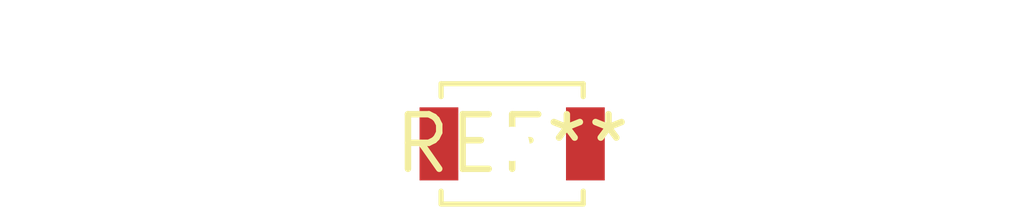
<source format=kicad_pcb>
(kicad_pcb (version 20240108) (generator pcbnew)
  (layers (0 "F.Cu" signal) (31 "B.Cu" signal) (34 "B.Paste" user) (35 "F.Paste" user) (36 "B.SilkS" user "B.Silkscreen") (37 "F.SilkS" user "F.Silkscreen") (38 "B.Mask" user) (39 "F.Mask" user) (44 "Edge.Cuts" user))
  (net 0 "")
  (footprint "SW_SPST_B3U-1000P-B" (layer "F.Cu") (at 0 0)
    (property "Reference" "REF**")
    (property "Value" "SW_SPST_B3U-1000P-B")
    (fp_line (start -1.65 -1.4) (end 1.65 -1.4) (layer "F.SilkS") (stroke (width 0.12)))
    (fp_line (start -1.65 -1.1) (end -1.65 -1.4) (layer "F.SilkS") (stroke (width 0.12)))
    (fp_line (start -1.65 1.1) (end -1.65 1.4) (layer "F.SilkS") (stroke (width 0.12)))
    (fp_line (start -1.65 1.4) (end 1.65 1.4) (layer "F.SilkS") (stroke (width 0.12)))
    (fp_line (start 1.65 -1.4) (end 1.65 -1.1) (layer "F.SilkS") (stroke (width 0.12)))
    (fp_line (start 1.65 1.4) (end 1.65 1.1) (layer "F.SilkS") (stroke (width 0.12)))
    (pad "" np_thru_hole circle (at 0 0) (size 0.8 0.8) (drill 0.8) (layers *.Cu *.Mask))
    (pad "1" smd rect (at -1.7 0) (size 0.9 1.7) (layers "F.Cu" "F.Paste" "F.Mask"))
    (pad "2" smd rect (at 1.7 0) (size 0.9 1.7) (layers "F.Cu" "F.Paste" "F.Mask"))
  )
)
</source>
